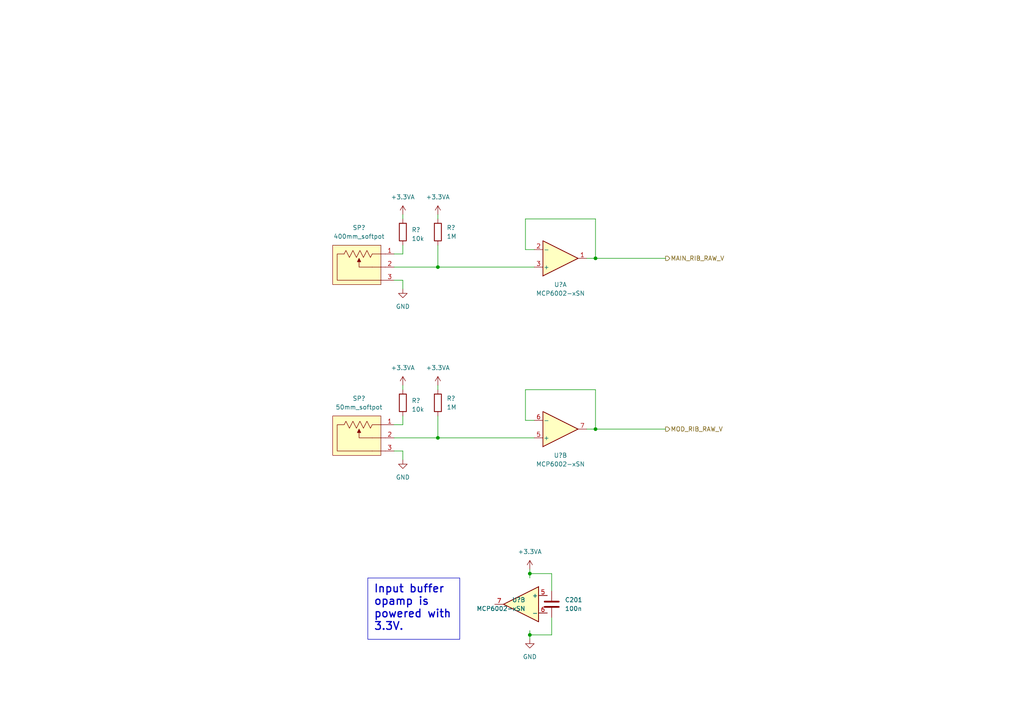
<source format=kicad_sch>
(kicad_sch (version 20230121) (generator eeschema)
  (paper "A4")
  (title_block (title "Ribbon Controller Main Board") (date "2023-03-28") (rev "0") (comment 1 "creativecommons.org/licenses/by/4.0") (comment 2 "license: CC by 4.0") (comment 3 "Author: Jordan Aceto"))
  (lib_symbols
    (symbol "Amplifier_Operational:MCP6002-xSN" (pin_names (offset 0.127))
      (property "Reference" "U" (at 0 5.08 0))
      (property "Value" "MCP6002-xSN" (at 0 -5.08 0))
      (symbol "MCP6002-xSN_1_1"
        (polyline (pts (xy -5.08 5.08) (xy 5.08 0) (xy -5.08 -5.08) (xy -5.08 5.08)) (stroke (width 0.254)) (fill (type background)))
        (pin output line (at 7.62 0 180) (length 2.54) (name "~") (number "1"))
        (pin input line (at -7.62 -2.54 0) (length 2.54) (name "-") (number "2"))
        (pin input line (at -7.62 2.54 0) (length 2.54) (name "+") (number "3"))
      )
      (symbol "MCP6002-xSN_2_1"
        (polyline (pts (xy -5.08 5.08) (xy 5.08 0) (xy -5.08 -5.08) (xy -5.08 5.08)) (stroke (width 0.254)) (fill (type background)))
        (pin input line (at -7.62 2.54 0) (length 2.54) (name "+") (number "5"))
        (pin input line (at -7.62 -2.54 0) (length 2.54) (name "-") (number "6"))
        (pin output line (at 7.62 0 180) (length 2.54) (name "~") (number "7"))
      )
      (symbol "MCP6002-xSN_3_1"
        (pin power_in line (at -2.54 -7.62 90) (length 3.81) (name "V-") (number "4"))
        (pin power_in line (at -2.54 7.62 270) (length 3.81) (name "V+") (number "8"))
      )
    )
    (symbol "Device:C" (pin_numbers hide) (pin_names (offset 0.254))
      (property "Reference" "C" (at 0.635 2.54 0))
      (property "Value" "C" (at 0.635 -2.54 0))
      (symbol "C_0_1"
        (polyline (pts (xy -2.032 -0.762) (xy 2.032 -0.762)) (stroke (width 0.508)))
        (polyline (pts (xy -2.032 0.762) (xy 2.032 0.762)) (stroke (width 0.508)))
      )
      (symbol "C_1_1"
        (pin passive line (at 0 3.81 270) (length 2.794) (name "~") (number "1"))
        (pin passive line (at 0 -3.81 90) (length 2.794) (name "~") (number "2"))
      )
    )
    (symbol "Device:R" (pin_numbers hide) (pin_names (offset 0))
      (property "Reference" "R" (at 2.032 0 90))
      (property "Value" "R" (at 0 0 90))
      (symbol "R_0_1"
        (rectangle (start -1.016 -2.54) (end 1.016 2.54) (stroke (width 0.254)))
      )
      (symbol "R_1_1"
        (pin passive line (at 0 3.81 270) (length 1.27) (name "~") (number "1"))
        (pin passive line (at 0 -3.81 90) (length 1.27) (name "~") (number "2"))
      )
    )
    (symbol "custom_symbols:softpot"
      (property "Reference" "SP" (at 0 10.16 0))
      (property "Value" "softpot" (at 0 7.62 0))
      (symbol "softpot_0_1"
        (polyline (pts (xy 3.81 -3.81) (xy 7.62 -3.81)))
        (polyline (pts (xy 3.81 3.81) (xy 7.62 3.81)))
        (polyline (pts (xy 7.62 0) (xy 3.81 0)))
        (polyline (pts (xy 3.81 0) (xy 0 0) (xy 0 1.524)))
        (polyline (pts (xy -4.318 3.81) (xy -6.35 3.81) (xy -6.35 -3.81) (xy 3.81 -3.81)))
        (polyline (pts (xy -2.286 3.81) (xy -2.794 2.794) (xy -3.81 4.826) (xy -4.318 3.81)))
        (polyline (pts (xy -0.254 3.81) (xy -0.762 2.794) (xy -1.778 4.826) (xy -2.286 3.81)))
        (polyline (pts (xy 0 2.54) (xy 0.508 1.524) (xy -0.508 1.524) (xy 0 2.54)) (fill (type outline)))
        (polyline (pts (xy 1.778 3.81) (xy 1.27 2.794) (xy 0.254 4.826) (xy -0.254 3.81)))
        (polyline (pts (xy 3.81 3.81) (xy 3.302 2.794) (xy 2.286 4.826) (xy 1.778 3.81)))
        (rectangle (start 6.35 -5.08) (end -7.62 6.35) (fill (type background)))
      )
      (symbol "softpot_1_1"
        (pin passive line (at 10.16 3.81 180) (length 2.54) (name "") (number "1"))
        (pin passive line (at 10.16 0 180) (length 2.54) (name "") (number "2"))
        (pin passive line (at 10.16 -3.81 180) (length 2.54) (name "") (number "3"))
      )
    )
    (symbol "power:+3.3VA" (power) (pin_names (offset 0))
      (property "Value" "+3.3VA" (at 0 3.556 0))
      (symbol "+3.3VA_0_1"
        (polyline (pts (xy -0.762 1.27) (xy 0 2.54)))
        (polyline (pts (xy 0 0) (xy 0 2.54)))
        (polyline (pts (xy 0 2.54) (xy 0.762 1.27)))
      )
      (symbol "+3.3VA_1_1"
        (pin power_in line (at 0 0 90) (length 0) hide (name "+3.3VA") (number "1"))
      )
    )
    (symbol "power:GND" (power) (pin_names (offset 0))
      (property "Value" "GND" (at 0 -3.81 0))
      (symbol "GND_0_1"
        (polyline (pts (xy 0 0) (xy 0 -1.27) (xy 1.27 -1.27) (xy 0 -2.54) (xy -1.27 -1.27) (xy 0 -1.27)))
      )
      (symbol "GND_1_1"
        (pin power_in line (at 0 0 270) (length 0) hide (name "GND") (number "1"))
      )
    )
  )
  (junction (at 127 127))
  (junction (at 153.67 184.15))
  (junction (at 127 77.47))
  (junction (at 153.67 166.37))
  (junction (at 172.72 124.46))
  (junction (at 172.72 74.93))
  (wire (pts (xy 172.72 124.46) (xy 193.04 124.46)))
  (wire (pts (xy 127 71.12) (xy 127 77.47)))
  (wire (pts (xy 127 77.47) (xy 154.94 77.47)))
  (wire (pts (xy 116.84 111.76) (xy 116.84 113.03)))
  (wire (pts (xy 172.72 74.93) (xy 170.18 74.93)))
  (wire (pts (xy 152.4 121.92) (xy 152.4 113.03)))
  (wire (pts (xy 152.4 113.03) (xy 172.72 113.03)))
  (wire (pts (xy 114.3 77.47) (xy 127 77.47)))
  (wire (pts (xy 153.67 184.15) (xy 160.02 184.15)))
  (wire (pts (xy 153.67 184.15) (xy 153.67 185.42)))
  (wire (pts (xy 172.72 124.46) (xy 170.18 124.46)))
  (wire (pts (xy 160.02 166.37) (xy 153.67 166.37)))
  (wire (pts (xy 114.3 127) (xy 127 127)))
  (wire (pts (xy 116.84 62.23) (xy 116.84 63.5)))
  (wire (pts (xy 116.84 123.19) (xy 116.84 120.65)))
  (wire (pts (xy 116.84 73.66) (xy 116.84 71.12)))
  (wire (pts (xy 116.84 81.28) (xy 114.3 81.28)))
  (wire (pts (xy 154.94 121.92) (xy 152.4 121.92)))
  (wire (pts (xy 153.67 165.1) (xy 153.67 166.37)))
  (wire (pts (xy 160.02 171.45) (xy 160.02 166.37)))
  (wire (pts (xy 160.02 184.15) (xy 160.02 179.07)))
  (wire (pts (xy 154.94 72.39) (xy 152.4 72.39)))
  (wire (pts (xy 114.3 123.19) (xy 116.84 123.19)))
  (wire (pts (xy 152.4 63.5) (xy 172.72 63.5)))
  (wire (pts (xy 172.72 74.93) (xy 193.04 74.93)))
  (wire (pts (xy 153.67 184.15) (xy 153.67 182.88)))
  (wire (pts (xy 153.67 166.37) (xy 153.67 167.64)))
  (wire (pts (xy 172.72 63.5) (xy 172.72 74.93)))
  (wire (pts (xy 116.84 130.81) (xy 114.3 130.81)))
  (wire (pts (xy 116.84 133.35) (xy 116.84 130.81)))
  (wire (pts (xy 172.72 113.03) (xy 172.72 124.46)))
  (wire (pts (xy 127 111.76) (xy 127 113.03)))
  (wire (pts (xy 152.4 72.39) (xy 152.4 63.5)))
  (wire (pts (xy 127 120.65) (xy 127 127)))
  (wire (pts (xy 127 127) (xy 154.94 127)))
  (wire (pts (xy 127 62.23) (xy 127 63.5)))
  (wire (pts (xy 116.84 83.82) (xy 116.84 81.28)))
  (wire (pts (xy 114.3 73.66) (xy 116.84 73.66)))
  (text_box "Input buffer opamp is powered with 3.3V." (at 106.68 167.64 0) (size 26.67 17.78) (effects (font (size 2.25 2.25) (thickness 0.35) bold) (justify left top)))
  (hierarchical_label "MAIN_RIB_RAW_V" (shape output) (at 193.04 74.93 0))
  (hierarchical_label "MOD_RIB_RAW_V" (shape output) (at 193.04 124.46 0))
  (symbol (lib_id "power:+3.3VA") (at 153.67 165.1 0) (unit 1)
    (property "Reference" "#PWR0211" (effects hide))
    (property "Value" "+3.3VA" (at 153.67 160.02 0))
  )
  (symbol (lib_id "power:GND") (at 153.67 185.42 0) (unit 1)
    (property "Reference" "#PWR0210" (effects hide))
    (property "Value" "GND" (at 153.67 190.5 0))
  )
  (symbol (lib_id "custom_symbols:softpot") (at 104.14 77.47 0) (unit 1)
    (property "Reference" "SP?" (at 104.14 66.04 0))
    (property "Value" "400mm_softpot" (at 104.14 68.58 0))
    (property "Footprint" "Connector_JST:JST_GH_SM03B-GHS-TB_1x03-1MP_P1.25mm_Horizontal" (effects hide))
    (instances (project "ribbon_controller" (path "" (reference "SP?") (unit 1)) (path "" (reference "SP1") (unit 1))))
  )
  (symbol (lib_id "power:+3.3VA") (at 116.84 111.76 0) (unit 1)
    (property "Reference" "#PWR0212" (effects hide))
    (property "Value" "+3.3VA" (at 116.84 106.68 0))
  )
  (symbol (lib_id "Device:R") (at 127 67.31 0) (unit 1)
    (property "Reference" "R?" (at 129.54 66.04 0) (effects (justify left)))
    (property "Value" "1M" (at 129.54 68.58 0) (effects (justify left)))
    (property "Footprint" "Resistor_SMD:R_0603_1608Metric" (effects hide))
    (instances (project "ribbon_controller" (path "" (reference "R?") (unit 1)) (path "" (reference "R203") (unit 1))))
  )
  (symbol (lib_id "Device:R") (at 127 116.84 0) (unit 1)
    (property "Reference" "R?" (at 129.54 115.57 0) (effects (justify left)))
    (property "Value" "1M" (at 129.54 118.11 0) (effects (justify left)))
    (property "Footprint" "Resistor_SMD:R_0603_1608Metric" (effects hide))
    (instances (project "ribbon_controller" (path "" (reference "R?") (unit 1)) (path "" (reference "R204") (unit 1))))
  )
  (symbol (lib_id "custom_symbols:softpot") (at 104.14 127 0) (unit 1)
    (property "Reference" "SP?" (at 104.14 115.57 0))
    (property "Value" "50mm_softpot" (at 104.14 118.11 0))
    (property "Footprint" "Connector_JST:JST_GH_SM03B-GHS-TB_1x03-1MP_P1.25mm_Horizontal" (effects hide))
    (instances (project "ribbon_controller" (path "" (reference "SP?") (unit 1)) (path "" (reference "SP2") (unit 1))))
  )
  (symbol (lib_id "power:GND") (at 116.84 83.82 0) (unit 1)
    (property "Reference" "#PWR0111" (effects hide))
    (property "Value" "GND" (at 116.84 88.9 0))
    (instances (project "ribbon_controller" (path "" (reference "#PWR0111") (unit 1)) (path "" (reference "#PWR0602") (unit 1))))
  )
  (symbol (lib_id "Amplifier_Operational:MCP6002-xSN") (at 162.56 74.93 0) (mirror x) (unit 1)
    (property "Reference" "U?" (at 162.56 82.55 0))
    (property "Value" "MCP6002-xSN" (at 162.56 85.09 0))
    (property "Footprint" "Package_SO:SO-8_3.9x4.9mm_P1.27mm" (effects hide))
    (property "Datasheet" "http://ww1.microchip.com/downloads/en/DeviceDoc/21733j.pdf" (effects hide))
    (instances (project "ribbon_controller" (path "" (reference "U?") (unit 1)) (path "" (reference "U1") (unit 1))))
  )
  (symbol (lib_id "Device:R") (at 116.84 116.84 0) (unit 1)
    (property "Reference" "R?" (at 119.38 116.205 0) (effects (justify left)))
    (property "Value" "10k" (at 119.38 118.745 0) (effects (justify left)))
    (property "Footprint" "Resistor_SMD:R_0603_1608Metric" (effects hide))
    (instances (project "ribbon_controller" (path "" (reference "R?") (unit 1)) (path "" (reference "R202") (unit 1))))
  )
  (symbol (lib_id "power:+3.3VA") (at 127 62.23 0) (unit 1)
    (property "Reference" "#PWR0217" (effects hide))
    (property "Value" "+3.3VA" (at 127 57.15 0))
  )
  (symbol (lib_id "Device:C") (at 160.02 175.26 0) (unit 1)
    (property "Reference" "C201" (at 163.83 173.99 0) (effects (justify left)))
    (property "Value" "100n" (at 163.83 176.53 0) (effects (justify left)))
    (property "Footprint" "Capacitor_SMD:C_0603_1608Metric" (effects hide))
  )
  (symbol (lib_id "Amplifier_Operational:MCP6002-xSN") (at 151.13 175.26 0) (mirror y) (unit 2)
    (property "Reference" "U?" (at 152.4 173.99 0) (effects (justify left)))
    (property "Value" "MCP6002-xSN" (at 152.4 176.53 0) (effects (justify left)))
    (property "Footprint" "Package_SO:SO-8_3.9x4.9mm_P1.27mm" (effects hide))
    (property "Datasheet" "http://ww1.microchip.com/downloads/en/DeviceDoc/21733j.pdf" (effects hide))
    (instances (project "ribbon_controller" (path "" (reference "U?") (unit 2)) (path "" (reference "U1") (unit 3))))
  )
  (symbol (lib_id "power:GND") (at 116.84 133.35 0) (unit 1)
    (property "Reference" "#PWR0114" (effects hide))
    (property "Value" "GND" (at 116.84 138.43 0))
    (instances (project "ribbon_controller" (path "" (reference "#PWR0114") (unit 1)) (path "" (reference "#PWR0604") (unit 1))))
  )
  (symbol (lib_id "power:+3.3VA") (at 116.84 62.23 0) (unit 1)
    (property "Reference" "#PWR0214" (effects hide))
    (property "Value" "+3.3VA" (at 116.84 57.15 0))
  )
  (symbol (lib_id "power:+3.3VA") (at 127 111.76 0) (unit 1)
    (property "Reference" "#PWR0213" (effects hide))
    (property "Value" "+3.3VA" (at 127 106.68 0))
  )
  (symbol (lib_id "Device:R") (at 116.84 67.31 0) (unit 1)
    (property "Reference" "R?" (at 119.38 66.675 0) (effects (justify left)))
    (property "Value" "10k" (at 119.38 69.215 0) (effects (justify left)))
    (property "Footprint" "Resistor_SMD:R_0603_1608Metric" (effects hide))
    (instances (project "ribbon_controller" (path "" (reference "R?") (unit 1)) (path "" (reference "R201") (unit 1))))
  )
  (symbol (lib_id "Amplifier_Operational:MCP6002-xSN") (at 162.56 124.46 0) (mirror x) (unit 2)
    (property "Reference" "U?" (at 162.56 132.08 0))
    (property "Value" "MCP6002-xSN" (at 162.56 134.62 0))
    (property "Footprint" "Package_SO:SO-8_3.9x4.9mm_P1.27mm" (effects hide))
    (property "Datasheet" "http://ww1.microchip.com/downloads/en/DeviceDoc/21733j.pdf" (effects hide))
    (instances (project "ribbon_controller" (path "" (reference "U?") (unit 2)) (path "" (reference "U1") (unit 2))))
  )
)
</source>
